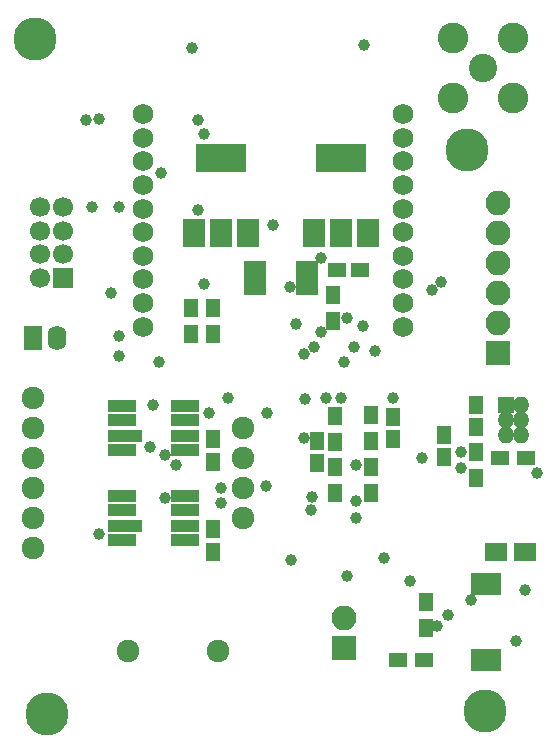
<source format=gbr>
G04 #@! TF.FileFunction,Soldermask,Top*
%FSLAX46Y46*%
G04 Gerber Fmt 4.6, Leading zero omitted, Abs format (unit mm)*
G04 Created by KiCad (PCBNEW 4.0.6) date Wed Dec 27 21:20:59 2017*
%MOMM*%
%LPD*%
G01*
G04 APERTURE LIST*
%ADD10C,0.128000*%
%ADD11C,1.924000*%
%ADD12R,1.300000X1.600000*%
%ADD13C,1.727200*%
%ADD14R,1.400000X1.400000*%
%ADD15O,1.400000X1.400000*%
%ADD16R,2.100000X2.100000*%
%ADD17O,2.100000X2.100000*%
%ADD18R,1.150000X1.600000*%
%ADD19R,1.600000X1.150000*%
%ADD20R,2.600000X1.900000*%
%ADD21R,4.200000X2.400000*%
%ADD22R,1.900000X2.400000*%
%ADD23R,1.600000X1.300000*%
%ADD24R,1.900000X1.010000*%
%ADD25R,2.451100X1.102360*%
%ADD26R,3.002280X1.102360*%
%ADD27R,1.700000X1.700000*%
%ADD28C,1.700000*%
%ADD29C,2.600000*%
%ADD30C,2.400000*%
%ADD31C,1.000000*%
%ADD32R,1.600000X2.100000*%
%ADD33O,1.600000X2.100000*%
%ADD34R,1.900000X1.650000*%
%ADD35C,3.650000*%
G04 APERTURE END LIST*
D10*
D11*
X145161000Y-110363000D03*
X152781000Y-110363000D03*
D12*
X152400000Y-81323000D03*
X152400000Y-83523000D03*
X150495000Y-83523000D03*
X150495000Y-81323000D03*
D13*
X168478200Y-82864960D03*
X168478200Y-80863440D03*
X168478200Y-78864460D03*
X168478200Y-76862940D03*
X168478200Y-74863960D03*
X168478200Y-72864980D03*
X168478200Y-70863460D03*
X168478200Y-68864480D03*
X168478200Y-66862960D03*
X168478200Y-64863980D03*
X146481800Y-64863980D03*
X146481800Y-66862960D03*
X146481800Y-68864480D03*
X146481800Y-70863460D03*
X146481800Y-72864980D03*
X146481800Y-74863960D03*
X146481800Y-76862940D03*
X146481800Y-78864460D03*
X146481800Y-80863440D03*
X146481800Y-82864960D03*
D14*
X177165000Y-89535000D03*
D15*
X178435000Y-89535000D03*
X177165000Y-90805000D03*
X178435000Y-90805000D03*
X177165000Y-92075000D03*
X178435000Y-92075000D03*
D16*
X176530000Y-85090000D03*
D17*
X176530000Y-82550000D03*
X176530000Y-80010000D03*
X176530000Y-77470000D03*
X176530000Y-74930000D03*
X176530000Y-72390000D03*
D18*
X167640000Y-92390000D03*
X167640000Y-90490000D03*
X161163000Y-92522000D03*
X161163000Y-94422000D03*
X174625000Y-89474000D03*
X174625000Y-91374000D03*
X171958000Y-92014000D03*
X171958000Y-93914000D03*
D19*
X162880000Y-78105000D03*
X164780000Y-78105000D03*
D12*
X162687000Y-92667000D03*
X162687000Y-90467000D03*
X165735000Y-92540000D03*
X165735000Y-90340000D03*
X174625000Y-95715000D03*
X174625000Y-93515000D03*
D20*
X175450500Y-104686500D03*
X175450500Y-111086500D03*
D21*
X153035000Y-68605000D03*
D22*
X153035000Y-74905000D03*
X155335000Y-74905000D03*
X150735000Y-74905000D03*
D21*
X163195000Y-68605000D03*
D22*
X163195000Y-74905000D03*
X165495000Y-74905000D03*
X160895000Y-74905000D03*
D23*
X178900000Y-93980000D03*
X176700000Y-93980000D03*
D12*
X162687000Y-96942000D03*
X162687000Y-94742000D03*
X165735000Y-96985000D03*
X165735000Y-94785000D03*
D23*
X168000500Y-111061500D03*
X170200500Y-111061500D03*
D12*
X170370500Y-106151500D03*
X170370500Y-108351500D03*
X162560000Y-80180000D03*
X162560000Y-82380000D03*
D11*
X137160000Y-101600000D03*
X137160000Y-99060000D03*
X137160000Y-96520000D03*
X137160000Y-93980000D03*
X137160000Y-91440000D03*
X137160000Y-88900000D03*
X154940000Y-91440000D03*
X154940000Y-93980000D03*
X154940000Y-96520000D03*
X154940000Y-99060000D03*
D24*
X160315000Y-77790000D03*
X155915000Y-77790000D03*
X160315000Y-78740000D03*
X155915000Y-78740000D03*
X160315000Y-79690000D03*
X155915000Y-79690000D03*
D18*
X152400000Y-100015000D03*
X152400000Y-101915000D03*
X152400000Y-92395000D03*
X152400000Y-94295000D03*
D25*
X144645380Y-97160080D03*
X144645380Y-98412300D03*
D26*
X144922240Y-99707700D03*
D25*
X144645380Y-100959920D03*
X149994620Y-100959920D03*
X149994620Y-99707700D03*
X149994620Y-98412300D03*
X149994620Y-97160080D03*
X144645380Y-89540080D03*
X144645380Y-90792300D03*
D26*
X144922240Y-92087700D03*
D25*
X144645380Y-93339920D03*
X149994620Y-93339920D03*
X149994620Y-92087700D03*
X149994620Y-90792300D03*
X149994620Y-89540080D03*
D27*
X139700000Y-78740000D03*
D28*
X139700000Y-76740000D03*
X139700000Y-74740000D03*
X139700000Y-72740000D03*
X137700000Y-78740000D03*
X137700000Y-76740000D03*
X137700000Y-74740000D03*
X137700000Y-72740000D03*
D29*
X172720000Y-63500000D03*
X172720000Y-58420000D03*
X177800000Y-58420000D03*
X177800000Y-63500000D03*
D30*
X175260000Y-60960000D03*
D31*
X152019000Y-90170000D03*
X165163500Y-58991500D03*
X150558500Y-59245500D03*
D16*
X163449000Y-110109000D03*
D17*
X163449000Y-107569000D03*
D32*
X137160000Y-83820000D03*
D33*
X139160000Y-83820000D03*
D34*
X176296000Y-101981000D03*
X178796000Y-101981000D03*
D31*
X166878000Y-102489000D03*
X151638000Y-66548000D03*
X160147000Y-89027000D03*
D35*
X138303000Y-115697000D03*
X173863000Y-67945000D03*
X137287000Y-58547000D03*
X175387000Y-115443000D03*
D31*
X151638000Y-79247998D03*
X173355000Y-94869000D03*
X179832000Y-95250000D03*
X160782000Y-97282000D03*
X160039021Y-92329000D03*
X159004000Y-102616000D03*
X167640000Y-88900000D03*
X174180500Y-105981500D03*
X147955000Y-69850000D03*
X151130000Y-73025000D03*
X151130000Y-65405000D03*
X153670000Y-88900000D03*
X165099998Y-82804000D03*
X161543998Y-83312000D03*
X166116000Y-84963000D03*
X163703000Y-82169000D03*
X173355000Y-93472000D03*
X159385000Y-82677000D03*
X169037000Y-104374979D03*
X157480000Y-74295000D03*
X161925000Y-88900000D03*
X163195000Y-88900000D03*
X160655000Y-98425000D03*
X170053000Y-93980000D03*
X178054000Y-109474000D03*
X158877000Y-79502000D03*
X161544000Y-77089000D03*
X172275500Y-107251500D03*
X171323000Y-108204000D03*
X170942000Y-79756000D03*
X142748000Y-65278000D03*
X171704004Y-79121000D03*
X141605000Y-65405000D03*
X156972000Y-90170000D03*
X142748000Y-100457000D03*
X149225000Y-94615000D03*
X147066000Y-93091000D03*
X156845000Y-96393002D03*
X148336001Y-97408999D03*
X148336000Y-93726000D03*
X153035000Y-97790000D03*
X153035000Y-96520000D03*
X147320000Y-89535000D03*
X144399000Y-85314010D03*
X142113000Y-72771000D03*
X143764000Y-80010000D03*
X160909000Y-84582000D03*
X164338000Y-84582000D03*
X144399002Y-83693000D03*
X160039021Y-85217000D03*
X163449000Y-85852000D03*
X147828000Y-85852000D03*
X144399000Y-72771000D03*
X163703000Y-103944968D03*
X164465000Y-97663000D03*
X164465000Y-99060000D03*
X164465000Y-94615000D03*
X178816000Y-105156000D03*
M02*

</source>
